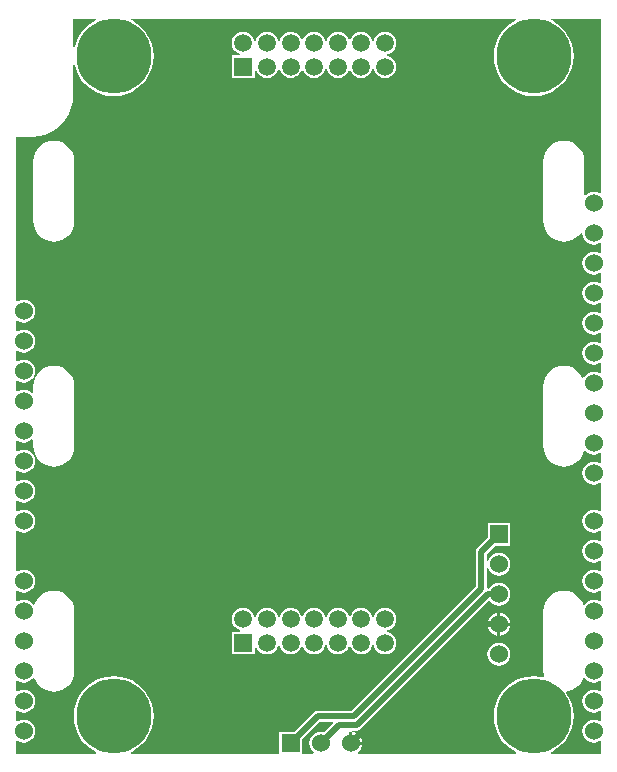
<source format=gtl>
%FSAX24Y24*%
%MOIN*%
G70*
G01*
G75*
G04 Layer_Physical_Order=1*
G04 Layer_Color=255*
%ADD10C,0.0197*%
%ADD11C,0.0591*%
%ADD12R,0.0591X0.0591*%
%ADD13C,0.0600*%
%ADD14R,0.0600X0.0600*%
%ADD15R,0.0600X0.0600*%
%ADD16C,0.2500*%
G36*
X043815Y054522D02*
X043509Y054216D01*
X043499Y054220D01*
X043400Y054233D01*
X043301Y054220D01*
X043208Y054182D01*
X043129Y054121D01*
X043068Y054042D01*
X043030Y053949D01*
X043017Y053850D01*
X043030Y053751D01*
X043068Y053658D01*
X043129Y053579D01*
X043170Y053547D01*
X043154Y053500D01*
X042780D01*
Y053973D01*
X043375Y054568D01*
X043795D01*
X043815Y054522D01*
D02*
G37*
G36*
X052229Y055979D02*
X052308Y055918D01*
X052401Y055880D01*
X052500Y055867D01*
X052599Y055880D01*
X052692Y055918D01*
X052705Y055928D01*
X052750Y055906D01*
Y055594D01*
X052705Y055572D01*
X052692Y055582D01*
X052599Y055620D01*
X052500Y055633D01*
X052401Y055620D01*
X052308Y055582D01*
X052229Y055521D01*
X052168Y055442D01*
X052130Y055349D01*
X052117Y055250D01*
X052130Y055151D01*
X052168Y055058D01*
X052229Y054979D01*
X052308Y054918D01*
X052401Y054880D01*
X052500Y054867D01*
X052599Y054880D01*
X052692Y054918D01*
X052705Y054928D01*
X052750Y054906D01*
Y054594D01*
X052705Y054572D01*
X052692Y054582D01*
X052599Y054620D01*
X052500Y054633D01*
X052401Y054620D01*
X052308Y054582D01*
X052229Y054521D01*
X052168Y054442D01*
X052130Y054349D01*
X052117Y054250D01*
X052130Y054151D01*
X052168Y054058D01*
X052229Y053979D01*
X052308Y053918D01*
X052401Y053880D01*
X052500Y053867D01*
X052599Y053880D01*
X052692Y053918D01*
X052705Y053928D01*
X052750Y053906D01*
Y053500D01*
X051086D01*
X051076Y053549D01*
X051106Y053561D01*
X051284Y053671D01*
X051443Y053807D01*
X051579Y053966D01*
X051689Y054144D01*
X051769Y054338D01*
X051818Y054541D01*
X051834Y054750D01*
X051818Y054959D01*
X051769Y055162D01*
X051689Y055356D01*
X051579Y055534D01*
X051596Y055576D01*
X051633Y055580D01*
X051761Y055619D01*
X051880Y055682D01*
X051983Y055767D01*
X052068Y055870D01*
X052131Y055989D01*
X052141Y056021D01*
X052190Y056030D01*
X052229Y055979D01*
D02*
G37*
G36*
X052750Y072194D02*
X052705Y072172D01*
X052692Y072182D01*
X052599Y072220D01*
X052500Y072233D01*
X052401Y072220D01*
X052308Y072182D01*
X052229Y072121D01*
X052184Y072136D01*
Y073250D01*
X052183Y073252D01*
X052170Y073383D01*
X052131Y073511D01*
X052068Y073630D01*
X051983Y073733D01*
X051880Y073818D01*
X051761Y073881D01*
X051633Y073920D01*
X051500Y073933D01*
X051367Y073920D01*
X051239Y073881D01*
X051120Y073818D01*
X051017Y073733D01*
X050932Y073630D01*
X050869Y073511D01*
X050830Y073383D01*
X050817Y073252D01*
X050816Y073250D01*
Y071250D01*
X050817Y071248D01*
X050830Y071117D01*
X050869Y070989D01*
X050932Y070870D01*
X051017Y070767D01*
X051120Y070682D01*
X051239Y070619D01*
X051367Y070580D01*
X051500Y070567D01*
X051633Y070580D01*
X051761Y070619D01*
X051880Y070682D01*
X051983Y070767D01*
X052068Y070870D01*
X052070Y070874D01*
X052118Y070859D01*
X052117Y070850D01*
X052130Y070751D01*
X052168Y070658D01*
X052229Y070579D01*
X052308Y070518D01*
X052401Y070480D01*
X052500Y070467D01*
X052599Y070480D01*
X052692Y070518D01*
X052705Y070528D01*
X052750Y070506D01*
Y070194D01*
X052705Y070172D01*
X052692Y070182D01*
X052599Y070220D01*
X052500Y070233D01*
X052401Y070220D01*
X052308Y070182D01*
X052229Y070121D01*
X052168Y070042D01*
X052130Y069949D01*
X052117Y069850D01*
X052130Y069751D01*
X052168Y069658D01*
X052229Y069579D01*
X052308Y069518D01*
X052401Y069480D01*
X052500Y069467D01*
X052599Y069480D01*
X052692Y069518D01*
X052705Y069528D01*
X052750Y069506D01*
Y069194D01*
X052705Y069172D01*
X052692Y069182D01*
X052599Y069220D01*
X052500Y069233D01*
X052401Y069220D01*
X052308Y069182D01*
X052229Y069121D01*
X052168Y069042D01*
X052130Y068949D01*
X052117Y068850D01*
X052130Y068751D01*
X052168Y068658D01*
X052229Y068579D01*
X052308Y068518D01*
X052401Y068480D01*
X052500Y068467D01*
X052599Y068480D01*
X052692Y068518D01*
X052705Y068528D01*
X052750Y068506D01*
Y068194D01*
X052705Y068172D01*
X052692Y068182D01*
X052599Y068220D01*
X052500Y068233D01*
X052401Y068220D01*
X052308Y068182D01*
X052229Y068121D01*
X052168Y068042D01*
X052130Y067949D01*
X052117Y067850D01*
X052130Y067751D01*
X052168Y067658D01*
X052229Y067579D01*
X052308Y067518D01*
X052401Y067480D01*
X052500Y067467D01*
X052599Y067480D01*
X052692Y067518D01*
X052705Y067528D01*
X052750Y067506D01*
Y067194D01*
X052705Y067172D01*
X052692Y067182D01*
X052599Y067220D01*
X052500Y067233D01*
X052401Y067220D01*
X052308Y067182D01*
X052229Y067121D01*
X052168Y067042D01*
X052130Y066949D01*
X052117Y066850D01*
X052130Y066751D01*
X052168Y066658D01*
X052229Y066579D01*
X052308Y066518D01*
X052401Y066480D01*
X052500Y066467D01*
X052599Y066480D01*
X052692Y066518D01*
X052705Y066528D01*
X052750Y066506D01*
Y066194D01*
X052705Y066172D01*
X052692Y066182D01*
X052599Y066220D01*
X052500Y066233D01*
X052401Y066220D01*
X052308Y066182D01*
X052229Y066121D01*
X052168Y066042D01*
X052167Y066040D01*
X052117Y066037D01*
X052068Y066130D01*
X051983Y066233D01*
X051880Y066318D01*
X051761Y066381D01*
X051633Y066420D01*
X051500Y066433D01*
X051367Y066420D01*
X051239Y066381D01*
X051120Y066318D01*
X051017Y066233D01*
X050932Y066130D01*
X050869Y066011D01*
X050830Y065883D01*
X050817Y065752D01*
X050816Y065750D01*
Y063750D01*
X050817Y063748D01*
X050830Y063617D01*
X050869Y063489D01*
X050932Y063370D01*
X051017Y063267D01*
X051120Y063182D01*
X051239Y063119D01*
X051367Y063080D01*
X051500Y063067D01*
X051633Y063080D01*
X051761Y063119D01*
X051880Y063182D01*
X051983Y063267D01*
X052068Y063370D01*
X052131Y063489D01*
X052163Y063592D01*
X052212Y063601D01*
X052229Y063579D01*
X052308Y063518D01*
X052401Y063480D01*
X052500Y063467D01*
X052599Y063480D01*
X052692Y063518D01*
X052705Y063528D01*
X052750Y063506D01*
Y063194D01*
X052705Y063172D01*
X052692Y063182D01*
X052599Y063220D01*
X052500Y063233D01*
X052401Y063220D01*
X052308Y063182D01*
X052229Y063121D01*
X052168Y063042D01*
X052130Y062949D01*
X052117Y062850D01*
X052130Y062751D01*
X052168Y062658D01*
X052229Y062579D01*
X052308Y062518D01*
X052401Y062480D01*
X052500Y062467D01*
X052599Y062480D01*
X052692Y062518D01*
X052705Y062528D01*
X052750Y062506D01*
Y061594D01*
X052705Y061572D01*
X052692Y061582D01*
X052599Y061620D01*
X052500Y061633D01*
X052401Y061620D01*
X052308Y061582D01*
X052229Y061521D01*
X052168Y061442D01*
X052130Y061349D01*
X052117Y061250D01*
X052130Y061151D01*
X052168Y061058D01*
X052229Y060979D01*
X052308Y060918D01*
X052401Y060880D01*
X052500Y060867D01*
X052599Y060880D01*
X052692Y060918D01*
X052705Y060928D01*
X052750Y060906D01*
Y060594D01*
X052705Y060572D01*
X052692Y060582D01*
X052599Y060620D01*
X052500Y060633D01*
X052401Y060620D01*
X052308Y060582D01*
X052229Y060521D01*
X052168Y060442D01*
X052130Y060349D01*
X052117Y060250D01*
X052130Y060151D01*
X052168Y060058D01*
X052229Y059979D01*
X052308Y059918D01*
X052401Y059880D01*
X052500Y059867D01*
X052599Y059880D01*
X052692Y059918D01*
X052705Y059928D01*
X052750Y059906D01*
Y059594D01*
X052705Y059572D01*
X052692Y059582D01*
X052599Y059620D01*
X052500Y059633D01*
X052401Y059620D01*
X052308Y059582D01*
X052229Y059521D01*
X052168Y059442D01*
X052130Y059349D01*
X052117Y059250D01*
X052130Y059151D01*
X052168Y059058D01*
X052229Y058979D01*
X052308Y058918D01*
X052401Y058880D01*
X052500Y058867D01*
X052599Y058880D01*
X052692Y058918D01*
X052705Y058928D01*
X052750Y058906D01*
Y058594D01*
X052705Y058572D01*
X052692Y058582D01*
X052599Y058620D01*
X052500Y058633D01*
X052401Y058620D01*
X052308Y058582D01*
X052229Y058521D01*
X052190Y058470D01*
X052141Y058479D01*
X052131Y058511D01*
X052068Y058630D01*
X051983Y058733D01*
X051880Y058818D01*
X051761Y058881D01*
X051633Y058920D01*
X051500Y058933D01*
X051367Y058920D01*
X051239Y058881D01*
X051120Y058818D01*
X051017Y058733D01*
X050932Y058630D01*
X050869Y058511D01*
X050830Y058383D01*
X050817Y058252D01*
X050816Y058250D01*
Y056250D01*
X050817Y056248D01*
X050830Y056117D01*
X050841Y056081D01*
X050806Y056044D01*
X050709Y056068D01*
X050500Y056084D01*
X050291Y056068D01*
X050088Y056019D01*
X049894Y055939D01*
X049716Y055829D01*
X049557Y055693D01*
X049421Y055534D01*
X049311Y055356D01*
X049231Y055162D01*
X049182Y054959D01*
X049166Y054750D01*
X049182Y054541D01*
X049231Y054338D01*
X049311Y054144D01*
X049421Y053966D01*
X049557Y053807D01*
X049716Y053671D01*
X049894Y053561D01*
X049924Y053549D01*
X049914Y053500D01*
X044646D01*
X044630Y053547D01*
X044671Y053579D01*
X044732Y053658D01*
X044770Y053751D01*
X044777Y053800D01*
X044400D01*
Y053850D01*
X044350D01*
Y054227D01*
X044400Y054233D01*
X044400Y054233D01*
X044435Y054268D01*
X044600D01*
X044600Y054268D01*
X044670Y054282D01*
X044729Y054321D01*
X048989Y058582D01*
X049039Y058578D01*
X049069Y058539D01*
X049148Y058478D01*
X049241Y058440D01*
X049340Y058427D01*
X049439Y058440D01*
X049532Y058478D01*
X049611Y058539D01*
X049672Y058618D01*
X049710Y058711D01*
X049723Y058810D01*
X049710Y058909D01*
X049672Y059002D01*
X049611Y059081D01*
X049532Y059142D01*
X049439Y059180D01*
X049340Y059193D01*
X049241Y059180D01*
X049148Y059142D01*
X049069Y059081D01*
X049008Y059002D01*
X049007Y059000D01*
X048957Y059005D01*
X048932Y059133D01*
Y059674D01*
X048981Y059684D01*
X049008Y059618D01*
X049069Y059539D01*
X049148Y059478D01*
X049241Y059440D01*
X049340Y059427D01*
X049439Y059440D01*
X049532Y059478D01*
X049611Y059539D01*
X049672Y059618D01*
X049710Y059711D01*
X049723Y059810D01*
X049710Y059909D01*
X049672Y060002D01*
X049611Y060081D01*
X049532Y060142D01*
X049439Y060180D01*
X049340Y060193D01*
X049241Y060180D01*
X049148Y060142D01*
X049069Y060081D01*
X049008Y060002D01*
X048981Y059936D01*
X048932Y059946D01*
Y060145D01*
X049217Y060430D01*
X049720D01*
Y061190D01*
X048960D01*
Y060687D01*
X048621Y060349D01*
X048582Y060290D01*
X048568Y060220D01*
X048568Y060220D01*
Y059075D01*
X044425Y054932D01*
X043300D01*
X043230Y054918D01*
X043171Y054879D01*
X043171Y054879D01*
X042523Y054230D01*
X042020D01*
Y053500D01*
X037086D01*
X037076Y053549D01*
X037106Y053561D01*
X037284Y053671D01*
X037443Y053807D01*
X037579Y053966D01*
X037689Y054144D01*
X037769Y054338D01*
X037818Y054541D01*
X037834Y054750D01*
X037818Y054959D01*
X037769Y055162D01*
X037689Y055356D01*
X037579Y055534D01*
X037443Y055693D01*
X037284Y055829D01*
X037106Y055939D01*
X036912Y056019D01*
X036709Y056068D01*
X036500Y056084D01*
X036291Y056068D01*
X036088Y056019D01*
X035894Y055939D01*
X035716Y055829D01*
X035557Y055693D01*
X035421Y055534D01*
X035311Y055356D01*
X035231Y055162D01*
X035182Y054959D01*
X035166Y054750D01*
X035182Y054541D01*
X035231Y054338D01*
X035311Y054144D01*
X035421Y053966D01*
X035557Y053807D01*
X035716Y053671D01*
X035894Y053561D01*
X035924Y053549D01*
X035914Y053500D01*
X033250D01*
Y053906D01*
X033295Y053928D01*
X033308Y053918D01*
X033401Y053880D01*
X033500Y053867D01*
X033599Y053880D01*
X033692Y053918D01*
X033771Y053979D01*
X033832Y054058D01*
X033870Y054151D01*
X033883Y054250D01*
X033870Y054349D01*
X033832Y054442D01*
X033771Y054521D01*
X033692Y054582D01*
X033599Y054620D01*
X033500Y054633D01*
X033401Y054620D01*
X033308Y054582D01*
X033295Y054572D01*
X033250Y054594D01*
Y054906D01*
X033295Y054928D01*
X033308Y054918D01*
X033401Y054880D01*
X033500Y054867D01*
X033599Y054880D01*
X033692Y054918D01*
X033771Y054979D01*
X033832Y055058D01*
X033870Y055151D01*
X033883Y055250D01*
X033870Y055349D01*
X033832Y055442D01*
X033771Y055521D01*
X033692Y055582D01*
X033599Y055620D01*
X033500Y055633D01*
X033401Y055620D01*
X033308Y055582D01*
X033295Y055572D01*
X033250Y055594D01*
Y055906D01*
X033295Y055928D01*
X033308Y055918D01*
X033401Y055880D01*
X033500Y055867D01*
X033599Y055880D01*
X033692Y055918D01*
X033771Y055979D01*
X033810Y056030D01*
X033859Y056021D01*
X033869Y055989D01*
X033932Y055870D01*
X034017Y055767D01*
X034120Y055682D01*
X034239Y055619D01*
X034367Y055580D01*
X034500Y055567D01*
X034633Y055580D01*
X034761Y055619D01*
X034880Y055682D01*
X034983Y055767D01*
X035068Y055870D01*
X035131Y055989D01*
X035170Y056117D01*
X035183Y056248D01*
X035184Y056250D01*
Y058250D01*
X035183Y058252D01*
X035170Y058383D01*
X035131Y058511D01*
X035068Y058630D01*
X034983Y058733D01*
X034880Y058818D01*
X034761Y058881D01*
X034633Y058920D01*
X034500Y058933D01*
X034367Y058920D01*
X034239Y058881D01*
X034120Y058818D01*
X034017Y058733D01*
X033932Y058630D01*
X033869Y058511D01*
X033859Y058479D01*
X033810Y058470D01*
X033771Y058521D01*
X033692Y058582D01*
X033599Y058620D01*
X033500Y058633D01*
X033401Y058620D01*
X033308Y058582D01*
X033295Y058572D01*
X033250Y058594D01*
Y058906D01*
X033295Y058928D01*
X033308Y058918D01*
X033401Y058880D01*
X033500Y058867D01*
X033599Y058880D01*
X033692Y058918D01*
X033771Y058979D01*
X033832Y059058D01*
X033870Y059151D01*
X033883Y059250D01*
X033870Y059349D01*
X033832Y059442D01*
X033771Y059521D01*
X033692Y059582D01*
X033599Y059620D01*
X033500Y059633D01*
X033401Y059620D01*
X033308Y059582D01*
X033295Y059572D01*
X033250Y059594D01*
Y060906D01*
X033295Y060928D01*
X033308Y060918D01*
X033401Y060880D01*
X033500Y060867D01*
X033599Y060880D01*
X033692Y060918D01*
X033771Y060979D01*
X033832Y061058D01*
X033870Y061151D01*
X033883Y061250D01*
X033870Y061349D01*
X033832Y061442D01*
X033771Y061521D01*
X033692Y061582D01*
X033599Y061620D01*
X033500Y061633D01*
X033401Y061620D01*
X033308Y061582D01*
X033295Y061572D01*
X033250Y061594D01*
Y061906D01*
X033295Y061928D01*
X033308Y061918D01*
X033401Y061880D01*
X033500Y061867D01*
X033599Y061880D01*
X033692Y061918D01*
X033771Y061979D01*
X033832Y062058D01*
X033870Y062151D01*
X033883Y062250D01*
X033870Y062349D01*
X033832Y062442D01*
X033771Y062521D01*
X033692Y062582D01*
X033599Y062620D01*
X033500Y062633D01*
X033401Y062620D01*
X033308Y062582D01*
X033295Y062572D01*
X033250Y062594D01*
Y062906D01*
X033295Y062928D01*
X033308Y062918D01*
X033401Y062880D01*
X033500Y062867D01*
X033599Y062880D01*
X033692Y062918D01*
X033771Y062979D01*
X033832Y063058D01*
X033870Y063151D01*
X033883Y063250D01*
X033870Y063349D01*
X033832Y063442D01*
X033771Y063521D01*
X033692Y063582D01*
X033599Y063620D01*
X033500Y063633D01*
X033401Y063620D01*
X033308Y063582D01*
X033295Y063572D01*
X033250Y063594D01*
Y063906D01*
X033295Y063928D01*
X033308Y063918D01*
X033401Y063880D01*
X033500Y063867D01*
X033599Y063880D01*
X033692Y063918D01*
X033771Y063979D01*
X033816Y063964D01*
Y063750D01*
X033817Y063748D01*
X033830Y063617D01*
X033869Y063489D01*
X033932Y063370D01*
X034017Y063267D01*
X034120Y063182D01*
X034239Y063119D01*
X034367Y063080D01*
X034500Y063067D01*
X034633Y063080D01*
X034761Y063119D01*
X034880Y063182D01*
X034983Y063267D01*
X035068Y063370D01*
X035131Y063489D01*
X035170Y063617D01*
X035183Y063748D01*
X035184Y063750D01*
Y065750D01*
X035183Y065752D01*
X035170Y065883D01*
X035131Y066011D01*
X035068Y066130D01*
X034983Y066233D01*
X034880Y066318D01*
X034761Y066381D01*
X034633Y066420D01*
X034500Y066433D01*
X034367Y066420D01*
X034239Y066381D01*
X034120Y066318D01*
X034017Y066233D01*
X033932Y066130D01*
X033869Y066011D01*
X033830Y065883D01*
X033817Y065752D01*
X033816Y065750D01*
Y065536D01*
X033771Y065521D01*
X033692Y065582D01*
X033599Y065620D01*
X033500Y065633D01*
X033401Y065620D01*
X033308Y065582D01*
X033295Y065572D01*
X033250Y065594D01*
Y065906D01*
X033295Y065928D01*
X033308Y065918D01*
X033401Y065880D01*
X033500Y065867D01*
X033599Y065880D01*
X033692Y065918D01*
X033771Y065979D01*
X033832Y066058D01*
X033870Y066151D01*
X033883Y066250D01*
X033870Y066349D01*
X033832Y066442D01*
X033771Y066521D01*
X033692Y066582D01*
X033599Y066620D01*
X033500Y066633D01*
X033401Y066620D01*
X033308Y066582D01*
X033295Y066572D01*
X033250Y066594D01*
Y066906D01*
X033295Y066928D01*
X033308Y066918D01*
X033401Y066880D01*
X033500Y066867D01*
X033599Y066880D01*
X033692Y066918D01*
X033771Y066979D01*
X033832Y067058D01*
X033870Y067151D01*
X033883Y067250D01*
X033870Y067349D01*
X033832Y067442D01*
X033771Y067521D01*
X033692Y067582D01*
X033599Y067620D01*
X033500Y067633D01*
X033401Y067620D01*
X033308Y067582D01*
X033295Y067572D01*
X033250Y067594D01*
Y067906D01*
X033295Y067928D01*
X033308Y067918D01*
X033401Y067880D01*
X033500Y067867D01*
X033599Y067880D01*
X033692Y067918D01*
X033771Y067979D01*
X033832Y068058D01*
X033870Y068151D01*
X033883Y068250D01*
X033870Y068349D01*
X033832Y068442D01*
X033771Y068521D01*
X033692Y068582D01*
X033599Y068620D01*
X033500Y068633D01*
X033401Y068620D01*
X033308Y068582D01*
X033295Y068572D01*
X033250Y068594D01*
Y074066D01*
X033787D01*
Y074066D01*
X034001Y074083D01*
X034209Y074133D01*
X034407Y074215D01*
X034590Y074327D01*
X034753Y074466D01*
X034892Y074629D01*
X035004Y074811D01*
X035086Y075009D01*
X035136Y075218D01*
X035153Y075431D01*
X035152D01*
Y076455D01*
X035202Y076461D01*
X035231Y076338D01*
X035311Y076144D01*
X035421Y075966D01*
X035557Y075807D01*
X035716Y075671D01*
X035894Y075561D01*
X036088Y075481D01*
X036291Y075432D01*
X036500Y075416D01*
X036709Y075432D01*
X036912Y075481D01*
X037106Y075561D01*
X037284Y075671D01*
X037443Y075807D01*
X037579Y075966D01*
X037689Y076144D01*
X037769Y076338D01*
X037818Y076541D01*
X037834Y076750D01*
X037818Y076959D01*
X037769Y077162D01*
X037689Y077356D01*
X037579Y077534D01*
X037443Y077693D01*
X037284Y077829D01*
X037106Y077939D01*
X037076Y077951D01*
X037086Y078000D01*
X049914D01*
X049924Y077951D01*
X049894Y077939D01*
X049716Y077829D01*
X049557Y077693D01*
X049421Y077534D01*
X049311Y077356D01*
X049231Y077162D01*
X049182Y076959D01*
X049166Y076750D01*
X049182Y076541D01*
X049231Y076338D01*
X049311Y076144D01*
X049421Y075966D01*
X049557Y075807D01*
X049716Y075671D01*
X049894Y075561D01*
X050088Y075481D01*
X050291Y075432D01*
X050500Y075416D01*
X050709Y075432D01*
X050912Y075481D01*
X051106Y075561D01*
X051284Y075671D01*
X051443Y075807D01*
X051579Y075966D01*
X051689Y076144D01*
X051769Y076338D01*
X051818Y076541D01*
X051834Y076750D01*
X051818Y076959D01*
X051769Y077162D01*
X051689Y077356D01*
X051579Y077534D01*
X051443Y077693D01*
X051284Y077829D01*
X051106Y077939D01*
X051076Y077951D01*
X051086Y078000D01*
X052750D01*
Y072194D01*
D02*
G37*
G36*
X035924Y077951D02*
X035894Y077939D01*
X035716Y077829D01*
X035557Y077693D01*
X035421Y077534D01*
X035311Y077356D01*
X035231Y077162D01*
X035202Y077039D01*
X035152Y077045D01*
Y078000D01*
X035914D01*
X035924Y077951D01*
D02*
G37*
%LPC*%
G36*
X049290Y057760D02*
X048963D01*
X048970Y057711D01*
X049008Y057618D01*
X049069Y057539D01*
X049148Y057478D01*
X049241Y057440D01*
X049290Y057433D01*
Y057760D01*
D02*
G37*
G36*
X049340Y057193D02*
X049241Y057180D01*
X049148Y057142D01*
X049069Y057081D01*
X049008Y057002D01*
X048970Y056909D01*
X048957Y056810D01*
X048970Y056711D01*
X049008Y056618D01*
X049069Y056539D01*
X049148Y056478D01*
X049241Y056440D01*
X049340Y056427D01*
X049439Y056440D01*
X049532Y056478D01*
X049611Y056539D01*
X049672Y056618D01*
X049710Y056711D01*
X049723Y056810D01*
X049710Y056909D01*
X049672Y057002D01*
X049611Y057081D01*
X049532Y057142D01*
X049439Y057180D01*
X049340Y057193D01*
D02*
G37*
G36*
X044450Y054227D02*
Y053900D01*
X044777D01*
X044770Y053949D01*
X044732Y054042D01*
X044671Y054121D01*
X044592Y054182D01*
X044499Y054220D01*
X044450Y054227D01*
D02*
G37*
G36*
X049717Y057760D02*
X049390D01*
Y057433D01*
X049439Y057440D01*
X049532Y057478D01*
X049611Y057539D01*
X049672Y057618D01*
X049710Y057711D01*
X049717Y057760D01*
D02*
G37*
G36*
X034500Y073933D02*
X034367Y073920D01*
X034239Y073881D01*
X034120Y073818D01*
X034017Y073733D01*
X033932Y073630D01*
X033869Y073511D01*
X033830Y073383D01*
X033817Y073252D01*
X033816Y073250D01*
Y071250D01*
X033817Y071248D01*
X033830Y071117D01*
X033869Y070989D01*
X033932Y070870D01*
X034017Y070767D01*
X034120Y070682D01*
X034239Y070619D01*
X034367Y070580D01*
X034500Y070567D01*
X034633Y070580D01*
X034761Y070619D01*
X034880Y070682D01*
X034983Y070767D01*
X035068Y070870D01*
X035131Y070989D01*
X035170Y071117D01*
X035183Y071248D01*
X035184Y071250D01*
Y073250D01*
X035183Y073252D01*
X035170Y073383D01*
X035131Y073511D01*
X035068Y073630D01*
X034983Y073733D01*
X034880Y073818D01*
X034761Y073881D01*
X034633Y073920D01*
X034500Y073933D01*
D02*
G37*
G36*
X045544Y077566D02*
X045446Y077553D01*
X045355Y077515D01*
X045277Y077455D01*
X045217Y077377D01*
X045179Y077285D01*
X045176Y077262D01*
X045126D01*
X045123Y077285D01*
X045085Y077377D01*
X045025Y077455D01*
X044946Y077515D01*
X044855Y077553D01*
X044757Y077566D01*
X044659Y077553D01*
X044568Y077515D01*
X044489Y077455D01*
X044429Y077377D01*
X044391Y077285D01*
X044388Y077262D01*
X044338D01*
X044335Y077285D01*
X044297Y077377D01*
X044237Y077455D01*
X044159Y077515D01*
X044068Y077553D01*
X043970Y077566D01*
X043872Y077553D01*
X043780Y077515D01*
X043702Y077455D01*
X043642Y077377D01*
X043604Y077285D01*
X043601Y077262D01*
X043551D01*
X043548Y077285D01*
X043510Y077377D01*
X043450Y077455D01*
X043371Y077515D01*
X043280Y077553D01*
X043182Y077566D01*
X043084Y077553D01*
X042993Y077515D01*
X042915Y077455D01*
X042854Y077377D01*
X042817Y077285D01*
X042814Y077262D01*
X042764D01*
X042760Y077285D01*
X042723Y077377D01*
X042662Y077455D01*
X042584Y077515D01*
X042493Y077553D01*
X042395Y077566D01*
X042297Y077553D01*
X042206Y077515D01*
X042127Y077455D01*
X042067Y077377D01*
X042029Y077285D01*
X042026Y077262D01*
X041976D01*
X041973Y077285D01*
X041935Y077377D01*
X041875Y077455D01*
X041797Y077515D01*
X041705Y077553D01*
X041607Y077566D01*
X041509Y077553D01*
X041418Y077515D01*
X041340Y077455D01*
X041280Y077377D01*
X041242Y077285D01*
X041239Y077262D01*
X041189D01*
X041186Y077285D01*
X041148Y077377D01*
X041088Y077455D01*
X041009Y077515D01*
X040918Y077553D01*
X040820Y077566D01*
X040722Y077553D01*
X040631Y077515D01*
X040552Y077455D01*
X040492Y077377D01*
X040454Y077285D01*
X040441Y077187D01*
X040454Y077089D01*
X040492Y076998D01*
X040552Y076920D01*
X040631Y076860D01*
X040716Y076824D01*
X040706Y076775D01*
X040445D01*
Y076025D01*
X041195D01*
Y076286D01*
X041244Y076296D01*
X041280Y076211D01*
X041340Y076132D01*
X041418Y076072D01*
X041509Y076034D01*
X041607Y076021D01*
X041705Y076034D01*
X041797Y076072D01*
X041875Y076132D01*
X041935Y076211D01*
X041973Y076302D01*
X041976Y076325D01*
X042026D01*
X042029Y076302D01*
X042067Y076211D01*
X042127Y076132D01*
X042206Y076072D01*
X042297Y076034D01*
X042395Y076021D01*
X042493Y076034D01*
X042584Y076072D01*
X042662Y076132D01*
X042723Y076211D01*
X042760Y076302D01*
X042764Y076325D01*
X042814D01*
X042817Y076302D01*
X042854Y076211D01*
X042915Y076132D01*
X042993Y076072D01*
X043084Y076034D01*
X043182Y076021D01*
X043280Y076034D01*
X043371Y076072D01*
X043450Y076132D01*
X043510Y076211D01*
X043548Y076302D01*
X043551Y076325D01*
X043601D01*
X043604Y076302D01*
X043642Y076211D01*
X043702Y076132D01*
X043780Y076072D01*
X043872Y076034D01*
X043970Y076021D01*
X044068Y076034D01*
X044159Y076072D01*
X044237Y076132D01*
X044297Y076211D01*
X044335Y076302D01*
X044338Y076325D01*
X044388D01*
X044391Y076302D01*
X044429Y076211D01*
X044489Y076132D01*
X044568Y076072D01*
X044659Y076034D01*
X044757Y076021D01*
X044855Y076034D01*
X044946Y076072D01*
X045025Y076132D01*
X045085Y076211D01*
X045123Y076302D01*
X045126Y076325D01*
X045176D01*
X045179Y076302D01*
X045217Y076211D01*
X045277Y076132D01*
X045355Y076072D01*
X045446Y076034D01*
X045544Y076021D01*
X045642Y076034D01*
X045734Y076072D01*
X045812Y076132D01*
X045872Y076211D01*
X045910Y076302D01*
X045923Y076400D01*
X045910Y076498D01*
X045872Y076589D01*
X045812Y076668D01*
X045734Y076728D01*
X045642Y076766D01*
X045619Y076769D01*
Y076819D01*
X045642Y076822D01*
X045734Y076860D01*
X045812Y076920D01*
X045872Y076998D01*
X045910Y077089D01*
X045923Y077187D01*
X045910Y077285D01*
X045872Y077377D01*
X045812Y077455D01*
X045734Y077515D01*
X045642Y077553D01*
X045544Y077566D01*
D02*
G37*
G36*
Y058356D02*
X045446Y058343D01*
X045355Y058305D01*
X045277Y058245D01*
X045217Y058167D01*
X045179Y058075D01*
X045176Y058052D01*
X045126D01*
X045123Y058075D01*
X045085Y058167D01*
X045025Y058245D01*
X044946Y058305D01*
X044855Y058343D01*
X044757Y058356D01*
X044659Y058343D01*
X044568Y058305D01*
X044489Y058245D01*
X044429Y058167D01*
X044391Y058075D01*
X044388Y058052D01*
X044338D01*
X044335Y058075D01*
X044297Y058167D01*
X044237Y058245D01*
X044159Y058305D01*
X044068Y058343D01*
X043970Y058356D01*
X043872Y058343D01*
X043780Y058305D01*
X043702Y058245D01*
X043642Y058167D01*
X043604Y058075D01*
X043601Y058052D01*
X043551D01*
X043548Y058075D01*
X043510Y058167D01*
X043450Y058245D01*
X043371Y058305D01*
X043280Y058343D01*
X043182Y058356D01*
X043084Y058343D01*
X042993Y058305D01*
X042915Y058245D01*
X042854Y058167D01*
X042817Y058075D01*
X042814Y058052D01*
X042764D01*
X042760Y058075D01*
X042723Y058167D01*
X042662Y058245D01*
X042584Y058305D01*
X042493Y058343D01*
X042395Y058356D01*
X042297Y058343D01*
X042206Y058305D01*
X042127Y058245D01*
X042067Y058167D01*
X042029Y058075D01*
X042026Y058052D01*
X041976D01*
X041973Y058075D01*
X041935Y058167D01*
X041875Y058245D01*
X041797Y058305D01*
X041705Y058343D01*
X041607Y058356D01*
X041509Y058343D01*
X041418Y058305D01*
X041340Y058245D01*
X041280Y058167D01*
X041242Y058075D01*
X041239Y058052D01*
X041189D01*
X041186Y058075D01*
X041148Y058167D01*
X041088Y058245D01*
X041009Y058305D01*
X040918Y058343D01*
X040820Y058356D01*
X040722Y058343D01*
X040631Y058305D01*
X040552Y058245D01*
X040492Y058167D01*
X040454Y058075D01*
X040441Y057977D01*
X040454Y057879D01*
X040492Y057788D01*
X040552Y057710D01*
X040631Y057650D01*
X040716Y057614D01*
X040706Y057565D01*
X040445D01*
Y056815D01*
X041195D01*
Y057076D01*
X041244Y057086D01*
X041280Y057001D01*
X041340Y056922D01*
X041418Y056862D01*
X041509Y056824D01*
X041607Y056811D01*
X041705Y056824D01*
X041797Y056862D01*
X041875Y056922D01*
X041935Y057001D01*
X041973Y057092D01*
X041976Y057115D01*
X042026D01*
X042029Y057092D01*
X042067Y057001D01*
X042127Y056922D01*
X042206Y056862D01*
X042297Y056824D01*
X042395Y056811D01*
X042493Y056824D01*
X042584Y056862D01*
X042662Y056922D01*
X042723Y057001D01*
X042760Y057092D01*
X042764Y057115D01*
X042814D01*
X042817Y057092D01*
X042854Y057001D01*
X042915Y056922D01*
X042993Y056862D01*
X043084Y056824D01*
X043182Y056811D01*
X043280Y056824D01*
X043371Y056862D01*
X043450Y056922D01*
X043510Y057001D01*
X043548Y057092D01*
X043551Y057115D01*
X043601D01*
X043604Y057092D01*
X043642Y057001D01*
X043702Y056922D01*
X043780Y056862D01*
X043872Y056824D01*
X043970Y056811D01*
X044068Y056824D01*
X044159Y056862D01*
X044237Y056922D01*
X044297Y057001D01*
X044335Y057092D01*
X044338Y057115D01*
X044388D01*
X044391Y057092D01*
X044429Y057001D01*
X044489Y056922D01*
X044568Y056862D01*
X044659Y056824D01*
X044757Y056811D01*
X044855Y056824D01*
X044946Y056862D01*
X045025Y056922D01*
X045085Y057001D01*
X045123Y057092D01*
X045126Y057115D01*
X045176D01*
X045179Y057092D01*
X045217Y057001D01*
X045277Y056922D01*
X045355Y056862D01*
X045446Y056824D01*
X045544Y056811D01*
X045642Y056824D01*
X045734Y056862D01*
X045812Y056922D01*
X045872Y057001D01*
X045910Y057092D01*
X045923Y057190D01*
X045910Y057288D01*
X045872Y057379D01*
X045812Y057458D01*
X045734Y057518D01*
X045642Y057556D01*
X045619Y057559D01*
Y057609D01*
X045642Y057612D01*
X045734Y057650D01*
X045812Y057710D01*
X045872Y057788D01*
X045910Y057879D01*
X045923Y057977D01*
X045910Y058075D01*
X045872Y058167D01*
X045812Y058245D01*
X045734Y058305D01*
X045642Y058343D01*
X045544Y058356D01*
D02*
G37*
G36*
X049290Y058187D02*
X049241Y058180D01*
X049148Y058142D01*
X049069Y058081D01*
X049008Y058002D01*
X048970Y057909D01*
X048963Y057860D01*
X049290D01*
Y058187D01*
D02*
G37*
G36*
X049390D02*
Y057860D01*
X049717D01*
X049710Y057909D01*
X049672Y058002D01*
X049611Y058081D01*
X049532Y058142D01*
X049439Y058180D01*
X049390Y058187D01*
D02*
G37*
%LPD*%
D10*
X048960Y058810D02*
X049340D01*
X044400Y053850D02*
X048360Y057810D01*
X049340D01*
X048750Y059000D02*
Y060220D01*
X049340Y060810D01*
X044600Y054450D02*
X048960Y058810D01*
X043400Y053850D02*
X044000Y054450D01*
X044600D01*
X042400Y053850D02*
X043300Y054750D01*
X044500D01*
X048750Y059000D01*
D11*
X045544Y057977D02*
D03*
Y057190D02*
D03*
X044757Y057977D02*
D03*
Y057190D02*
D03*
X040820Y057977D02*
D03*
X041607Y057190D02*
D03*
X042395D02*
D03*
X043182D02*
D03*
X043970D02*
D03*
X041607Y057977D02*
D03*
X042395D02*
D03*
X043182D02*
D03*
X043970D02*
D03*
X045544Y077187D02*
D03*
Y076400D02*
D03*
X044757Y077187D02*
D03*
Y076400D02*
D03*
X040820Y077187D02*
D03*
X041607Y076400D02*
D03*
X042395D02*
D03*
X043182D02*
D03*
X043970D02*
D03*
X041607Y077187D02*
D03*
X042395D02*
D03*
X043182D02*
D03*
X043970D02*
D03*
D12*
X040820Y057190D02*
D03*
Y076400D02*
D03*
D13*
X052500Y070850D02*
D03*
Y069850D02*
D03*
Y068850D02*
D03*
Y067850D02*
D03*
Y066850D02*
D03*
Y065850D02*
D03*
Y064850D02*
D03*
Y063850D02*
D03*
Y062850D02*
D03*
Y061250D02*
D03*
Y060250D02*
D03*
Y059250D02*
D03*
Y058250D02*
D03*
Y057250D02*
D03*
Y056250D02*
D03*
Y055250D02*
D03*
Y054250D02*
D03*
X033500D02*
D03*
Y055250D02*
D03*
Y056250D02*
D03*
Y057250D02*
D03*
Y058250D02*
D03*
Y059250D02*
D03*
Y061250D02*
D03*
Y062250D02*
D03*
Y063250D02*
D03*
Y064250D02*
D03*
Y065250D02*
D03*
Y066250D02*
D03*
Y067250D02*
D03*
Y068250D02*
D03*
X052500Y071850D02*
D03*
X049340Y059810D02*
D03*
Y058810D02*
D03*
Y057810D02*
D03*
Y056810D02*
D03*
X044400Y053850D02*
D03*
X043400D02*
D03*
D14*
X049340Y060810D02*
D03*
D15*
X042400Y053850D02*
D03*
D16*
X036500Y054750D02*
D03*
Y076750D02*
D03*
X050500D02*
D03*
Y054750D02*
D03*
M02*

</source>
